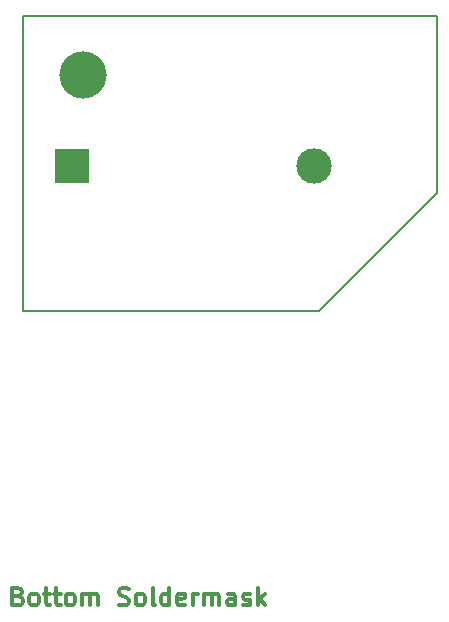
<source format=gbr>
%TF.GenerationSoftware,KiCad,Pcbnew,(5.1.9)-1*%
%TF.CreationDate,2024-06-03T11:22:04+08:00*%
%TF.ProjectId,task1,7461736b-312e-46b6-9963-61645f706362,rev?*%
%TF.SameCoordinates,Original*%
%TF.FileFunction,Soldermask,Bot*%
%TF.FilePolarity,Negative*%
%FSLAX46Y46*%
G04 Gerber Fmt 4.6, Leading zero omitted, Abs format (unit mm)*
G04 Created by KiCad (PCBNEW (5.1.9)-1) date 2024-06-03 11:22:04*
%MOMM*%
%LPD*%
G01*
G04 APERTURE LIST*
%ADD10C,0.300000*%
%TA.AperFunction,Profile*%
%ADD11C,0.200000*%
%TD*%
%ADD12C,4.000000*%
%ADD13C,3.000000*%
%ADD14R,3.000000X3.000000*%
G04 APERTURE END LIST*
D10*
X125357142Y-136192857D02*
X125571428Y-136264285D01*
X125642857Y-136335714D01*
X125714285Y-136478571D01*
X125714285Y-136692857D01*
X125642857Y-136835714D01*
X125571428Y-136907142D01*
X125428571Y-136978571D01*
X124857142Y-136978571D01*
X124857142Y-135478571D01*
X125357142Y-135478571D01*
X125500000Y-135550000D01*
X125571428Y-135621428D01*
X125642857Y-135764285D01*
X125642857Y-135907142D01*
X125571428Y-136050000D01*
X125500000Y-136121428D01*
X125357142Y-136192857D01*
X124857142Y-136192857D01*
X126571428Y-136978571D02*
X126428571Y-136907142D01*
X126357142Y-136835714D01*
X126285714Y-136692857D01*
X126285714Y-136264285D01*
X126357142Y-136121428D01*
X126428571Y-136050000D01*
X126571428Y-135978571D01*
X126785714Y-135978571D01*
X126928571Y-136050000D01*
X127000000Y-136121428D01*
X127071428Y-136264285D01*
X127071428Y-136692857D01*
X127000000Y-136835714D01*
X126928571Y-136907142D01*
X126785714Y-136978571D01*
X126571428Y-136978571D01*
X127500000Y-135978571D02*
X128071428Y-135978571D01*
X127714285Y-135478571D02*
X127714285Y-136764285D01*
X127785714Y-136907142D01*
X127928571Y-136978571D01*
X128071428Y-136978571D01*
X128357142Y-135978571D02*
X128928571Y-135978571D01*
X128571428Y-135478571D02*
X128571428Y-136764285D01*
X128642857Y-136907142D01*
X128785714Y-136978571D01*
X128928571Y-136978571D01*
X129642857Y-136978571D02*
X129500000Y-136907142D01*
X129428571Y-136835714D01*
X129357142Y-136692857D01*
X129357142Y-136264285D01*
X129428571Y-136121428D01*
X129500000Y-136050000D01*
X129642857Y-135978571D01*
X129857142Y-135978571D01*
X130000000Y-136050000D01*
X130071428Y-136121428D01*
X130142857Y-136264285D01*
X130142857Y-136692857D01*
X130071428Y-136835714D01*
X130000000Y-136907142D01*
X129857142Y-136978571D01*
X129642857Y-136978571D01*
X130785714Y-136978571D02*
X130785714Y-135978571D01*
X130785714Y-136121428D02*
X130857142Y-136050000D01*
X131000000Y-135978571D01*
X131214285Y-135978571D01*
X131357142Y-136050000D01*
X131428571Y-136192857D01*
X131428571Y-136978571D01*
X131428571Y-136192857D02*
X131500000Y-136050000D01*
X131642857Y-135978571D01*
X131857142Y-135978571D01*
X132000000Y-136050000D01*
X132071428Y-136192857D01*
X132071428Y-136978571D01*
X133857142Y-136907142D02*
X134071428Y-136978571D01*
X134428571Y-136978571D01*
X134571428Y-136907142D01*
X134642857Y-136835714D01*
X134714285Y-136692857D01*
X134714285Y-136550000D01*
X134642857Y-136407142D01*
X134571428Y-136335714D01*
X134428571Y-136264285D01*
X134142857Y-136192857D01*
X134000000Y-136121428D01*
X133928571Y-136050000D01*
X133857142Y-135907142D01*
X133857142Y-135764285D01*
X133928571Y-135621428D01*
X134000000Y-135550000D01*
X134142857Y-135478571D01*
X134500000Y-135478571D01*
X134714285Y-135550000D01*
X135571428Y-136978571D02*
X135428571Y-136907142D01*
X135357142Y-136835714D01*
X135285714Y-136692857D01*
X135285714Y-136264285D01*
X135357142Y-136121428D01*
X135428571Y-136050000D01*
X135571428Y-135978571D01*
X135785714Y-135978571D01*
X135928571Y-136050000D01*
X136000000Y-136121428D01*
X136071428Y-136264285D01*
X136071428Y-136692857D01*
X136000000Y-136835714D01*
X135928571Y-136907142D01*
X135785714Y-136978571D01*
X135571428Y-136978571D01*
X136928571Y-136978571D02*
X136785714Y-136907142D01*
X136714285Y-136764285D01*
X136714285Y-135478571D01*
X138142857Y-136978571D02*
X138142857Y-135478571D01*
X138142857Y-136907142D02*
X138000000Y-136978571D01*
X137714285Y-136978571D01*
X137571428Y-136907142D01*
X137500000Y-136835714D01*
X137428571Y-136692857D01*
X137428571Y-136264285D01*
X137500000Y-136121428D01*
X137571428Y-136050000D01*
X137714285Y-135978571D01*
X138000000Y-135978571D01*
X138142857Y-136050000D01*
X139428571Y-136907142D02*
X139285714Y-136978571D01*
X139000000Y-136978571D01*
X138857142Y-136907142D01*
X138785714Y-136764285D01*
X138785714Y-136192857D01*
X138857142Y-136050000D01*
X139000000Y-135978571D01*
X139285714Y-135978571D01*
X139428571Y-136050000D01*
X139500000Y-136192857D01*
X139500000Y-136335714D01*
X138785714Y-136478571D01*
X140142857Y-136978571D02*
X140142857Y-135978571D01*
X140142857Y-136264285D02*
X140214285Y-136121428D01*
X140285714Y-136050000D01*
X140428571Y-135978571D01*
X140571428Y-135978571D01*
X141071428Y-136978571D02*
X141071428Y-135978571D01*
X141071428Y-136121428D02*
X141142857Y-136050000D01*
X141285714Y-135978571D01*
X141500000Y-135978571D01*
X141642857Y-136050000D01*
X141714285Y-136192857D01*
X141714285Y-136978571D01*
X141714285Y-136192857D02*
X141785714Y-136050000D01*
X141928571Y-135978571D01*
X142142857Y-135978571D01*
X142285714Y-136050000D01*
X142357142Y-136192857D01*
X142357142Y-136978571D01*
X143714285Y-136978571D02*
X143714285Y-136192857D01*
X143642857Y-136050000D01*
X143500000Y-135978571D01*
X143214285Y-135978571D01*
X143071428Y-136050000D01*
X143714285Y-136907142D02*
X143571428Y-136978571D01*
X143214285Y-136978571D01*
X143071428Y-136907142D01*
X143000000Y-136764285D01*
X143000000Y-136621428D01*
X143071428Y-136478571D01*
X143214285Y-136407142D01*
X143571428Y-136407142D01*
X143714285Y-136335714D01*
X144357142Y-136907142D02*
X144500000Y-136978571D01*
X144785714Y-136978571D01*
X144928571Y-136907142D01*
X145000000Y-136764285D01*
X145000000Y-136692857D01*
X144928571Y-136550000D01*
X144785714Y-136478571D01*
X144571428Y-136478571D01*
X144428571Y-136407142D01*
X144357142Y-136264285D01*
X144357142Y-136192857D01*
X144428571Y-136050000D01*
X144571428Y-135978571D01*
X144785714Y-135978571D01*
X144928571Y-136050000D01*
X145642857Y-136978571D02*
X145642857Y-135478571D01*
X145785714Y-136407142D02*
X146214285Y-136978571D01*
X146214285Y-135978571D02*
X145642857Y-136550000D01*
D11*
X160787600Y-102085200D02*
X150787600Y-112085200D01*
X160787600Y-87085200D02*
X160787600Y-102085200D01*
X125787600Y-112085200D02*
X150787600Y-112085200D01*
X125787600Y-87085200D02*
X125787600Y-112085200D01*
X125787600Y-87085200D02*
X160787600Y-87085200D01*
D12*
%TO.C,H1*%
X130800000Y-92100000D03*
%TD*%
D13*
%TO.C,BT1*%
X150390000Y-99800000D03*
D14*
X129900000Y-99800000D03*
%TD*%
M02*

</source>
